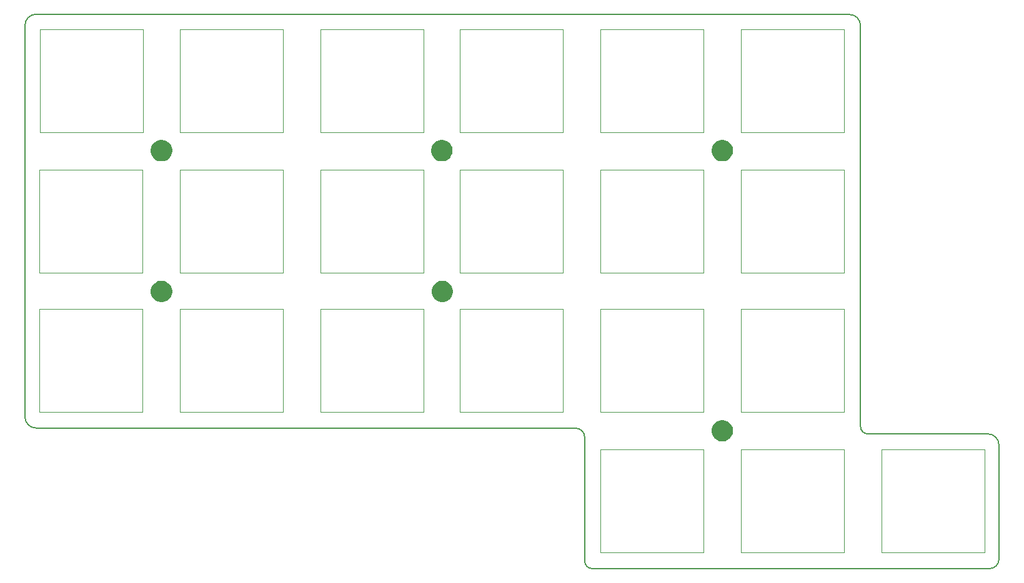
<source format=gbr>
%TF.GenerationSoftware,KiCad,Pcbnew,(5.1.5-0-10_14)*%
%TF.CreationDate,2020-01-11T12:58:57+00:00*%
%TF.ProjectId,helix,68656c69-782e-46b6-9963-61645f706362,rev?*%
%TF.SameCoordinates,Original*%
%TF.FileFunction,Soldermask,Top*%
%TF.FilePolarity,Negative*%
%FSLAX46Y46*%
G04 Gerber Fmt 4.6, Leading zero omitted, Abs format (unit mm)*
G04 Created by KiCad (PCBNEW (5.1.5-0-10_14)) date 2020-01-11 12:58:57*
%MOMM*%
%LPD*%
G04 APERTURE LIST*
%ADD10C,0.150000*%
%ADD11C,0.100000*%
G04 APERTURE END LIST*
D10*
X272174000Y-88982000D02*
G75*
G02X271158000Y-87966000I0J1016000D01*
G01*
X289930000Y-90482000D02*
G75*
G03X288430000Y-88982000I-1500000J0D01*
G01*
X272174000Y-88982000D02*
X288430000Y-88982000D01*
X271158000Y-33586000D02*
X271158000Y-87966000D01*
D11*
X274055000Y-91117000D02*
X288025000Y-91117000D01*
X274055000Y-105087000D02*
X274055000Y-91117000D01*
X288025000Y-91117000D02*
X288025000Y-105087000D01*
X288025000Y-105087000D02*
X274055000Y-105087000D01*
X255005000Y-91117000D02*
X268975000Y-91117000D01*
X255005000Y-105087000D02*
X255005000Y-91117000D01*
X268975000Y-91117000D02*
X268975000Y-105087000D01*
X268975000Y-105087000D02*
X255005000Y-105087000D01*
X235955000Y-91117000D02*
X249925000Y-91117000D01*
X235955000Y-105087000D02*
X235955000Y-91117000D01*
X249925000Y-91117000D02*
X249925000Y-105087000D01*
X249925000Y-105087000D02*
X235955000Y-105087000D01*
X159882000Y-72067000D02*
X173852000Y-72067000D01*
X159882000Y-86037000D02*
X159882000Y-72067000D01*
X173852000Y-72067000D02*
X173852000Y-86037000D01*
X173852000Y-86037000D02*
X159882000Y-86037000D01*
X178932000Y-72067000D02*
X192902000Y-72067000D01*
X178932000Y-86037000D02*
X178932000Y-72067000D01*
X192902000Y-72067000D02*
X192902000Y-86037000D01*
X192902000Y-86037000D02*
X178932000Y-86037000D01*
X197982000Y-72067000D02*
X211952000Y-72067000D01*
X197982000Y-86037000D02*
X197982000Y-72067000D01*
X211952000Y-72067000D02*
X211952000Y-86037000D01*
X211952000Y-86037000D02*
X197982000Y-86037000D01*
X216905000Y-72067000D02*
X230875000Y-72067000D01*
X216905000Y-86037000D02*
X216905000Y-72067000D01*
X230875000Y-72067000D02*
X230875000Y-86037000D01*
X230875000Y-86037000D02*
X216905000Y-86037000D01*
X235955000Y-72067000D02*
X249925000Y-72067000D01*
X235955000Y-86037000D02*
X235955000Y-72067000D01*
X249925000Y-72067000D02*
X249925000Y-86037000D01*
X249925000Y-86037000D02*
X235955000Y-86037000D01*
X255005000Y-72067000D02*
X268975000Y-72067000D01*
X255005000Y-86037000D02*
X255005000Y-72067000D01*
X268975000Y-72067000D02*
X268975000Y-86037000D01*
X268975000Y-86037000D02*
X255005000Y-86037000D01*
X255005000Y-53144000D02*
X268975000Y-53144000D01*
X255005000Y-67114000D02*
X255005000Y-53144000D01*
X268975000Y-53144000D02*
X268975000Y-67114000D01*
X268975000Y-67114000D02*
X255005000Y-67114000D01*
X235955000Y-53144000D02*
X249925000Y-53144000D01*
X235955000Y-67114000D02*
X235955000Y-53144000D01*
X249925000Y-53144000D02*
X249925000Y-67114000D01*
X249925000Y-67114000D02*
X235955000Y-67114000D01*
X216905000Y-53144000D02*
X230875000Y-53144000D01*
X216905000Y-67114000D02*
X216905000Y-53144000D01*
X230875000Y-53144000D02*
X230875000Y-67114000D01*
X230875000Y-67114000D02*
X216905000Y-67114000D01*
X197982000Y-53144000D02*
X211952000Y-53144000D01*
X197982000Y-67114000D02*
X197982000Y-53144000D01*
X211952000Y-53144000D02*
X211952000Y-67114000D01*
X211952000Y-67114000D02*
X197982000Y-67114000D01*
X178932000Y-53144000D02*
X192902000Y-53144000D01*
X178932000Y-67114000D02*
X178932000Y-53144000D01*
X192902000Y-53144000D02*
X192902000Y-67114000D01*
X192902000Y-67114000D02*
X178932000Y-67114000D01*
X159882000Y-53144000D02*
X173852000Y-53144000D01*
X159882000Y-67114000D02*
X159882000Y-53144000D01*
X173852000Y-53144000D02*
X173852000Y-67114000D01*
X173852000Y-67114000D02*
X159882000Y-67114000D01*
X160009000Y-34094000D02*
X173979000Y-34094000D01*
X160009000Y-48064000D02*
X160009000Y-34094000D01*
X173979000Y-34094000D02*
X173979000Y-48064000D01*
X173979000Y-48064000D02*
X160009000Y-48064000D01*
X197982000Y-34094000D02*
X211952000Y-34094000D01*
X197982000Y-48064000D02*
X197982000Y-34094000D01*
X211952000Y-34094000D02*
X211952000Y-48064000D01*
X211952000Y-48064000D02*
X197982000Y-48064000D01*
X178932000Y-34094000D02*
X192902000Y-34094000D01*
X178932000Y-48064000D02*
X178932000Y-34094000D01*
X192902000Y-34094000D02*
X192902000Y-48064000D01*
X192902000Y-48064000D02*
X178932000Y-48064000D01*
X216905000Y-34094000D02*
X230875000Y-34094000D01*
X216905000Y-48064000D02*
X216905000Y-34094000D01*
X230875000Y-34094000D02*
X230875000Y-48064000D01*
X230875000Y-48064000D02*
X216905000Y-48064000D01*
X255005000Y-34094000D02*
X268975000Y-34094000D01*
X255005000Y-48064000D02*
X255005000Y-34094000D01*
X268975000Y-34094000D02*
X268975000Y-48064000D01*
X268975000Y-48064000D02*
X255005000Y-48064000D01*
X249925000Y-34094000D02*
X249925000Y-48064000D01*
X235955000Y-34094000D02*
X249925000Y-34094000D01*
X235955000Y-48064000D02*
X235955000Y-34094000D01*
X249925000Y-48064000D02*
X235955000Y-48064000D01*
D10*
X159430000Y-32062000D02*
G75*
G03X157930000Y-33562000I0J-1500000D01*
G01*
X271158000Y-33586000D02*
G75*
G03X269658000Y-32086000I-1500000J0D01*
G01*
X269658000Y-32086000D02*
X159430000Y-32062000D01*
X289930000Y-105976000D02*
G75*
G02X288660000Y-107246000I-1270000J0D01*
G01*
X289930000Y-105976000D02*
X289930000Y-90482000D01*
X157930000Y-33562000D02*
X157930000Y-86672000D01*
X159430000Y-88172000D02*
X232526000Y-88196000D01*
X157930000Y-86672000D02*
G75*
G03X159430000Y-88172000I1500000J0D01*
G01*
X232526000Y-88196000D02*
G75*
G02X233796000Y-89466000I0J-1270000D01*
G01*
X233796000Y-89466000D02*
X233796000Y-106230000D01*
X234812000Y-107246000D02*
G75*
G02X233796000Y-106230000I0J1016000D01*
G01*
X234812000Y-107246000D02*
X288660000Y-107246000D01*
D11*
G36*
X252852948Y-87167722D02*
G01*
X253116831Y-87277026D01*
X253116833Y-87277027D01*
X253354321Y-87435711D01*
X253556289Y-87637679D01*
X253714973Y-87875167D01*
X253714974Y-87875169D01*
X253824278Y-88139052D01*
X253880000Y-88419186D01*
X253880000Y-88704814D01*
X253824278Y-88984948D01*
X253714974Y-89248831D01*
X253714973Y-89248833D01*
X253556289Y-89486321D01*
X253354321Y-89688289D01*
X253116833Y-89846973D01*
X253116832Y-89846974D01*
X253116831Y-89846974D01*
X252852948Y-89956278D01*
X252572814Y-90012000D01*
X252287186Y-90012000D01*
X252007052Y-89956278D01*
X251743169Y-89846974D01*
X251743168Y-89846974D01*
X251743167Y-89846973D01*
X251505679Y-89688289D01*
X251303711Y-89486321D01*
X251145027Y-89248833D01*
X251145026Y-89248831D01*
X251035722Y-88984948D01*
X250980000Y-88704814D01*
X250980000Y-88419186D01*
X251035722Y-88139052D01*
X251145026Y-87875169D01*
X251145027Y-87875167D01*
X251303711Y-87637679D01*
X251505679Y-87435711D01*
X251743167Y-87277027D01*
X251743169Y-87277026D01*
X252007052Y-87167722D01*
X252287186Y-87112000D01*
X252572814Y-87112000D01*
X252852948Y-87167722D01*
G37*
G36*
X214914948Y-68259722D02*
G01*
X215178831Y-68369026D01*
X215178833Y-68369027D01*
X215416321Y-68527711D01*
X215618289Y-68729679D01*
X215776973Y-68967167D01*
X215776974Y-68967169D01*
X215886278Y-69231052D01*
X215942000Y-69511186D01*
X215942000Y-69796814D01*
X215886278Y-70076948D01*
X215776974Y-70340831D01*
X215776973Y-70340833D01*
X215618289Y-70578321D01*
X215416321Y-70780289D01*
X215178833Y-70938973D01*
X215178832Y-70938974D01*
X215178831Y-70938974D01*
X214914948Y-71048278D01*
X214634814Y-71104000D01*
X214349186Y-71104000D01*
X214069052Y-71048278D01*
X213805169Y-70938974D01*
X213805168Y-70938974D01*
X213805167Y-70938973D01*
X213567679Y-70780289D01*
X213365711Y-70578321D01*
X213207027Y-70340833D01*
X213207026Y-70340831D01*
X213097722Y-70076948D01*
X213042000Y-69796814D01*
X213042000Y-69511186D01*
X213097722Y-69231052D01*
X213207026Y-68967169D01*
X213207027Y-68967167D01*
X213365711Y-68729679D01*
X213567679Y-68527711D01*
X213805167Y-68369027D01*
X213805169Y-68369026D01*
X214069052Y-68259722D01*
X214349186Y-68204000D01*
X214634814Y-68204000D01*
X214914948Y-68259722D01*
G37*
G36*
X176852948Y-68259722D02*
G01*
X177116831Y-68369026D01*
X177116833Y-68369027D01*
X177354321Y-68527711D01*
X177556289Y-68729679D01*
X177714973Y-68967167D01*
X177714974Y-68967169D01*
X177824278Y-69231052D01*
X177880000Y-69511186D01*
X177880000Y-69796814D01*
X177824278Y-70076948D01*
X177714974Y-70340831D01*
X177714973Y-70340833D01*
X177556289Y-70578321D01*
X177354321Y-70780289D01*
X177116833Y-70938973D01*
X177116832Y-70938974D01*
X177116831Y-70938974D01*
X176852948Y-71048278D01*
X176572814Y-71104000D01*
X176287186Y-71104000D01*
X176007052Y-71048278D01*
X175743169Y-70938974D01*
X175743168Y-70938974D01*
X175743167Y-70938973D01*
X175505679Y-70780289D01*
X175303711Y-70578321D01*
X175145027Y-70340833D01*
X175145026Y-70340831D01*
X175035722Y-70076948D01*
X174980000Y-69796814D01*
X174980000Y-69511186D01*
X175035722Y-69231052D01*
X175145026Y-68967169D01*
X175145027Y-68967167D01*
X175303711Y-68729679D01*
X175505679Y-68527711D01*
X175743167Y-68369027D01*
X175743169Y-68369026D01*
X176007052Y-68259722D01*
X176287186Y-68204000D01*
X176572814Y-68204000D01*
X176852948Y-68259722D01*
G37*
G36*
X252852948Y-49167722D02*
G01*
X253116831Y-49277026D01*
X253116833Y-49277027D01*
X253354321Y-49435711D01*
X253556289Y-49637679D01*
X253714973Y-49875167D01*
X253714974Y-49875169D01*
X253824278Y-50139052D01*
X253880000Y-50419186D01*
X253880000Y-50704814D01*
X253824278Y-50984948D01*
X253714974Y-51248831D01*
X253714973Y-51248833D01*
X253556289Y-51486321D01*
X253354321Y-51688289D01*
X253116833Y-51846973D01*
X253116832Y-51846974D01*
X253116831Y-51846974D01*
X252852948Y-51956278D01*
X252572814Y-52012000D01*
X252287186Y-52012000D01*
X252007052Y-51956278D01*
X251743169Y-51846974D01*
X251743168Y-51846974D01*
X251743167Y-51846973D01*
X251505679Y-51688289D01*
X251303711Y-51486321D01*
X251145027Y-51248833D01*
X251145026Y-51248831D01*
X251035722Y-50984948D01*
X250980000Y-50704814D01*
X250980000Y-50419186D01*
X251035722Y-50139052D01*
X251145026Y-49875169D01*
X251145027Y-49875167D01*
X251303711Y-49637679D01*
X251505679Y-49435711D01*
X251743167Y-49277027D01*
X251743169Y-49277026D01*
X252007052Y-49167722D01*
X252287186Y-49112000D01*
X252572814Y-49112000D01*
X252852948Y-49167722D01*
G37*
G36*
X214852948Y-49167722D02*
G01*
X215116831Y-49277026D01*
X215116833Y-49277027D01*
X215354321Y-49435711D01*
X215556289Y-49637679D01*
X215714973Y-49875167D01*
X215714974Y-49875169D01*
X215824278Y-50139052D01*
X215880000Y-50419186D01*
X215880000Y-50704814D01*
X215824278Y-50984948D01*
X215714974Y-51248831D01*
X215714973Y-51248833D01*
X215556289Y-51486321D01*
X215354321Y-51688289D01*
X215116833Y-51846973D01*
X215116832Y-51846974D01*
X215116831Y-51846974D01*
X214852948Y-51956278D01*
X214572814Y-52012000D01*
X214287186Y-52012000D01*
X214007052Y-51956278D01*
X213743169Y-51846974D01*
X213743168Y-51846974D01*
X213743167Y-51846973D01*
X213505679Y-51688289D01*
X213303711Y-51486321D01*
X213145027Y-51248833D01*
X213145026Y-51248831D01*
X213035722Y-50984948D01*
X212980000Y-50704814D01*
X212980000Y-50419186D01*
X213035722Y-50139052D01*
X213145026Y-49875169D01*
X213145027Y-49875167D01*
X213303711Y-49637679D01*
X213505679Y-49435711D01*
X213743167Y-49277027D01*
X213743169Y-49277026D01*
X214007052Y-49167722D01*
X214287186Y-49112000D01*
X214572814Y-49112000D01*
X214852948Y-49167722D01*
G37*
G36*
X176852948Y-49167722D02*
G01*
X177116831Y-49277026D01*
X177116833Y-49277027D01*
X177354321Y-49435711D01*
X177556289Y-49637679D01*
X177714973Y-49875167D01*
X177714974Y-49875169D01*
X177824278Y-50139052D01*
X177880000Y-50419186D01*
X177880000Y-50704814D01*
X177824278Y-50984948D01*
X177714974Y-51248831D01*
X177714973Y-51248833D01*
X177556289Y-51486321D01*
X177354321Y-51688289D01*
X177116833Y-51846973D01*
X177116832Y-51846974D01*
X177116831Y-51846974D01*
X176852948Y-51956278D01*
X176572814Y-52012000D01*
X176287186Y-52012000D01*
X176007052Y-51956278D01*
X175743169Y-51846974D01*
X175743168Y-51846974D01*
X175743167Y-51846973D01*
X175505679Y-51688289D01*
X175303711Y-51486321D01*
X175145027Y-51248833D01*
X175145026Y-51248831D01*
X175035722Y-50984948D01*
X174980000Y-50704814D01*
X174980000Y-50419186D01*
X175035722Y-50139052D01*
X175145026Y-49875169D01*
X175145027Y-49875167D01*
X175303711Y-49637679D01*
X175505679Y-49435711D01*
X175743167Y-49277027D01*
X175743169Y-49277026D01*
X176007052Y-49167722D01*
X176287186Y-49112000D01*
X176572814Y-49112000D01*
X176852948Y-49167722D01*
G37*
M02*

</source>
